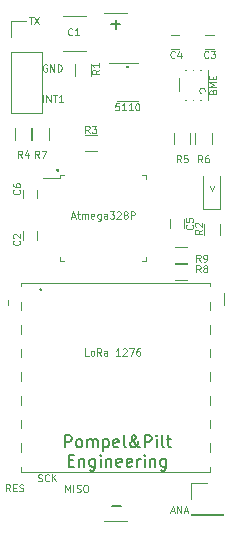
<source format=gbr>
G04 #@! TF.GenerationSoftware,KiCad,Pcbnew,(5.1.5)-3*
G04 #@! TF.CreationDate,2020-01-09T06:37:15+01:00*
G04 #@! TF.ProjectId,LoraTrigger,4c6f7261-5472-4696-9767-65722e6b6963,rev?*
G04 #@! TF.SameCoordinates,Original*
G04 #@! TF.FileFunction,Legend,Top*
G04 #@! TF.FilePolarity,Positive*
%FSLAX46Y46*%
G04 Gerber Fmt 4.6, Leading zero omitted, Abs format (unit mm)*
G04 Created by KiCad (PCBNEW (5.1.5)-3) date 2020-01-09 06:37:15*
%MOMM*%
%LPD*%
G04 APERTURE LIST*
%ADD10C,0.150000*%
%ADD11C,0.200000*%
%ADD12C,0.100000*%
%ADD13R,0.650000X1.800000*%
%ADD14R,1.800000X0.650000*%
%ADD15C,2.200000*%
%ADD16R,0.700000X1.100000*%
%ADD17R,1.200000X2.700000*%
%ADD18R,1.400000X1.400000*%
%ADD19R,1.900000X1.900000*%
%ADD20O,1.900000X1.900000*%
%ADD21R,0.950000X1.000000*%
%ADD22R,1.000000X0.950000*%
%ADD23R,1.100000X0.700000*%
%ADD24R,0.500000X1.150000*%
%ADD25R,1.260000X0.700000*%
G04 APERTURE END LIST*
D10*
X104171428Y-76127380D02*
X104171428Y-75127380D01*
X104552380Y-75127380D01*
X104647619Y-75175000D01*
X104695238Y-75222619D01*
X104742857Y-75317857D01*
X104742857Y-75460714D01*
X104695238Y-75555952D01*
X104647619Y-75603571D01*
X104552380Y-75651190D01*
X104171428Y-75651190D01*
X105314285Y-76127380D02*
X105219047Y-76079761D01*
X105171428Y-76032142D01*
X105123809Y-75936904D01*
X105123809Y-75651190D01*
X105171428Y-75555952D01*
X105219047Y-75508333D01*
X105314285Y-75460714D01*
X105457142Y-75460714D01*
X105552380Y-75508333D01*
X105600000Y-75555952D01*
X105647619Y-75651190D01*
X105647619Y-75936904D01*
X105600000Y-76032142D01*
X105552380Y-76079761D01*
X105457142Y-76127380D01*
X105314285Y-76127380D01*
X106076190Y-76127380D02*
X106076190Y-75460714D01*
X106076190Y-75555952D02*
X106123809Y-75508333D01*
X106219047Y-75460714D01*
X106361904Y-75460714D01*
X106457142Y-75508333D01*
X106504761Y-75603571D01*
X106504761Y-76127380D01*
X106504761Y-75603571D02*
X106552380Y-75508333D01*
X106647619Y-75460714D01*
X106790476Y-75460714D01*
X106885714Y-75508333D01*
X106933333Y-75603571D01*
X106933333Y-76127380D01*
X107409523Y-75460714D02*
X107409523Y-76460714D01*
X107409523Y-75508333D02*
X107504761Y-75460714D01*
X107695238Y-75460714D01*
X107790476Y-75508333D01*
X107838095Y-75555952D01*
X107885714Y-75651190D01*
X107885714Y-75936904D01*
X107838095Y-76032142D01*
X107790476Y-76079761D01*
X107695238Y-76127380D01*
X107504761Y-76127380D01*
X107409523Y-76079761D01*
X108695238Y-76079761D02*
X108600000Y-76127380D01*
X108409523Y-76127380D01*
X108314285Y-76079761D01*
X108266666Y-75984523D01*
X108266666Y-75603571D01*
X108314285Y-75508333D01*
X108409523Y-75460714D01*
X108600000Y-75460714D01*
X108695238Y-75508333D01*
X108742857Y-75603571D01*
X108742857Y-75698809D01*
X108266666Y-75794047D01*
X109314285Y-76127380D02*
X109219047Y-76079761D01*
X109171428Y-75984523D01*
X109171428Y-75127380D01*
X110504761Y-76127380D02*
X110457142Y-76127380D01*
X110361904Y-76079761D01*
X110219047Y-75936904D01*
X109980952Y-75651190D01*
X109885714Y-75508333D01*
X109838095Y-75365476D01*
X109838095Y-75270238D01*
X109885714Y-75175000D01*
X109980952Y-75127380D01*
X110028571Y-75127380D01*
X110123809Y-75175000D01*
X110171428Y-75270238D01*
X110171428Y-75317857D01*
X110123809Y-75413095D01*
X110076190Y-75460714D01*
X109790476Y-75651190D01*
X109742857Y-75698809D01*
X109695238Y-75794047D01*
X109695238Y-75936904D01*
X109742857Y-76032142D01*
X109790476Y-76079761D01*
X109885714Y-76127380D01*
X110028571Y-76127380D01*
X110123809Y-76079761D01*
X110171428Y-76032142D01*
X110314285Y-75841666D01*
X110361904Y-75698809D01*
X110361904Y-75603571D01*
X110933333Y-76127380D02*
X110933333Y-75127380D01*
X111314285Y-75127380D01*
X111409523Y-75175000D01*
X111457142Y-75222619D01*
X111504761Y-75317857D01*
X111504761Y-75460714D01*
X111457142Y-75555952D01*
X111409523Y-75603571D01*
X111314285Y-75651190D01*
X110933333Y-75651190D01*
X111933333Y-76127380D02*
X111933333Y-75460714D01*
X111933333Y-75127380D02*
X111885714Y-75175000D01*
X111933333Y-75222619D01*
X111980952Y-75175000D01*
X111933333Y-75127380D01*
X111933333Y-75222619D01*
X112552380Y-76127380D02*
X112457142Y-76079761D01*
X112409523Y-75984523D01*
X112409523Y-75127380D01*
X112790476Y-75460714D02*
X113171428Y-75460714D01*
X112933333Y-75127380D02*
X112933333Y-75984523D01*
X112980952Y-76079761D01*
X113076190Y-76127380D01*
X113171428Y-76127380D01*
X104480952Y-77253571D02*
X104814285Y-77253571D01*
X104957142Y-77777380D02*
X104480952Y-77777380D01*
X104480952Y-76777380D01*
X104957142Y-76777380D01*
X105385714Y-77110714D02*
X105385714Y-77777380D01*
X105385714Y-77205952D02*
X105433333Y-77158333D01*
X105528571Y-77110714D01*
X105671428Y-77110714D01*
X105766666Y-77158333D01*
X105814285Y-77253571D01*
X105814285Y-77777380D01*
X106719047Y-77110714D02*
X106719047Y-77920238D01*
X106671428Y-78015476D01*
X106623809Y-78063095D01*
X106528571Y-78110714D01*
X106385714Y-78110714D01*
X106290476Y-78063095D01*
X106719047Y-77729761D02*
X106623809Y-77777380D01*
X106433333Y-77777380D01*
X106338095Y-77729761D01*
X106290476Y-77682142D01*
X106242857Y-77586904D01*
X106242857Y-77301190D01*
X106290476Y-77205952D01*
X106338095Y-77158333D01*
X106433333Y-77110714D01*
X106623809Y-77110714D01*
X106719047Y-77158333D01*
X107195238Y-77777380D02*
X107195238Y-77110714D01*
X107195238Y-76777380D02*
X107147619Y-76825000D01*
X107195238Y-76872619D01*
X107242857Y-76825000D01*
X107195238Y-76777380D01*
X107195238Y-76872619D01*
X107671428Y-77110714D02*
X107671428Y-77777380D01*
X107671428Y-77205952D02*
X107719047Y-77158333D01*
X107814285Y-77110714D01*
X107957142Y-77110714D01*
X108052380Y-77158333D01*
X108100000Y-77253571D01*
X108100000Y-77777380D01*
X108957142Y-77729761D02*
X108861904Y-77777380D01*
X108671428Y-77777380D01*
X108576190Y-77729761D01*
X108528571Y-77634523D01*
X108528571Y-77253571D01*
X108576190Y-77158333D01*
X108671428Y-77110714D01*
X108861904Y-77110714D01*
X108957142Y-77158333D01*
X109004761Y-77253571D01*
X109004761Y-77348809D01*
X108528571Y-77444047D01*
X109814285Y-77729761D02*
X109719047Y-77777380D01*
X109528571Y-77777380D01*
X109433333Y-77729761D01*
X109385714Y-77634523D01*
X109385714Y-77253571D01*
X109433333Y-77158333D01*
X109528571Y-77110714D01*
X109719047Y-77110714D01*
X109814285Y-77158333D01*
X109861904Y-77253571D01*
X109861904Y-77348809D01*
X109385714Y-77444047D01*
X110290476Y-77777380D02*
X110290476Y-77110714D01*
X110290476Y-77301190D02*
X110338095Y-77205952D01*
X110385714Y-77158333D01*
X110480952Y-77110714D01*
X110576190Y-77110714D01*
X110909523Y-77777380D02*
X110909523Y-77110714D01*
X110909523Y-76777380D02*
X110861904Y-76825000D01*
X110909523Y-76872619D01*
X110957142Y-76825000D01*
X110909523Y-76777380D01*
X110909523Y-76872619D01*
X111385714Y-77110714D02*
X111385714Y-77777380D01*
X111385714Y-77205952D02*
X111433333Y-77158333D01*
X111528571Y-77110714D01*
X111671428Y-77110714D01*
X111766666Y-77158333D01*
X111814285Y-77253571D01*
X111814285Y-77777380D01*
X112719047Y-77110714D02*
X112719047Y-77920238D01*
X112671428Y-78015476D01*
X112623809Y-78063095D01*
X112528571Y-78110714D01*
X112385714Y-78110714D01*
X112290476Y-78063095D01*
X112719047Y-77729761D02*
X112623809Y-77777380D01*
X112433333Y-77777380D01*
X112338095Y-77729761D01*
X112290476Y-77682142D01*
X112242857Y-77586904D01*
X112242857Y-77301190D01*
X112290476Y-77205952D01*
X112338095Y-77158333D01*
X112433333Y-77110714D01*
X112623809Y-77110714D01*
X112719047Y-77158333D01*
D11*
X102100000Y-62707142D02*
X102147619Y-62754761D01*
X102100000Y-62802380D01*
X102052380Y-62754761D01*
X102100000Y-62707142D01*
X102100000Y-62802380D01*
X109500000Y-43857142D02*
X109547619Y-43904761D01*
X109500000Y-43952380D01*
X109452380Y-43904761D01*
X109500000Y-43857142D01*
X109500000Y-43952380D01*
X103550000Y-52607142D02*
X103597619Y-52654761D01*
X103550000Y-52702380D01*
X103502380Y-52654761D01*
X103550000Y-52607142D01*
X103550000Y-52702380D01*
D12*
X116778571Y-54021428D02*
X116607142Y-54478571D01*
X116435714Y-54021428D01*
X108735714Y-47021428D02*
X108450000Y-47021428D01*
X108421428Y-47307142D01*
X108450000Y-47278571D01*
X108507142Y-47250000D01*
X108650000Y-47250000D01*
X108707142Y-47278571D01*
X108735714Y-47307142D01*
X108764285Y-47364285D01*
X108764285Y-47507142D01*
X108735714Y-47564285D01*
X108707142Y-47592857D01*
X108650000Y-47621428D01*
X108507142Y-47621428D01*
X108450000Y-47592857D01*
X108421428Y-47564285D01*
X109335714Y-47621428D02*
X108992857Y-47621428D01*
X109164285Y-47621428D02*
X109164285Y-47021428D01*
X109107142Y-47107142D01*
X109050000Y-47164285D01*
X108992857Y-47192857D01*
X109907142Y-47621428D02*
X109564285Y-47621428D01*
X109735714Y-47621428D02*
X109735714Y-47021428D01*
X109678571Y-47107142D01*
X109621428Y-47164285D01*
X109564285Y-47192857D01*
X110278571Y-47021428D02*
X110335714Y-47021428D01*
X110392857Y-47050000D01*
X110421428Y-47078571D01*
X110450000Y-47135714D01*
X110478571Y-47250000D01*
X110478571Y-47392857D01*
X110450000Y-47507142D01*
X110421428Y-47564285D01*
X110392857Y-47592857D01*
X110335714Y-47621428D01*
X110278571Y-47621428D01*
X110221428Y-47592857D01*
X110192857Y-47564285D01*
X110164285Y-47507142D01*
X110135714Y-47392857D01*
X110135714Y-47250000D01*
X110164285Y-47135714D01*
X110192857Y-47078571D01*
X110221428Y-47050000D01*
X110278571Y-47021428D01*
D10*
X108119047Y-81121428D02*
X108880952Y-81121428D01*
X108069047Y-40321428D02*
X108830952Y-40321428D01*
X108450000Y-40702380D02*
X108450000Y-39940476D01*
D12*
X102642857Y-43750000D02*
X102585714Y-43721428D01*
X102500000Y-43721428D01*
X102414285Y-43750000D01*
X102357142Y-43807142D01*
X102328571Y-43864285D01*
X102300000Y-43978571D01*
X102300000Y-44064285D01*
X102328571Y-44178571D01*
X102357142Y-44235714D01*
X102414285Y-44292857D01*
X102500000Y-44321428D01*
X102557142Y-44321428D01*
X102642857Y-44292857D01*
X102671428Y-44264285D01*
X102671428Y-44064285D01*
X102557142Y-44064285D01*
X102928571Y-44321428D02*
X102928571Y-43721428D01*
X103271428Y-44321428D01*
X103271428Y-43721428D01*
X103557142Y-44321428D02*
X103557142Y-43721428D01*
X103700000Y-43721428D01*
X103785714Y-43750000D01*
X103842857Y-43807142D01*
X103871428Y-43864285D01*
X103900000Y-43978571D01*
X103900000Y-44064285D01*
X103871428Y-44178571D01*
X103842857Y-44235714D01*
X103785714Y-44292857D01*
X103700000Y-44321428D01*
X103557142Y-44321428D01*
X101092857Y-39671428D02*
X101435714Y-39671428D01*
X101264285Y-40271428D02*
X101264285Y-39671428D01*
X101578571Y-39671428D02*
X101978571Y-40271428D01*
X101978571Y-39671428D02*
X101578571Y-40271428D01*
X102321428Y-46871428D02*
X102321428Y-46271428D01*
X102607142Y-46871428D02*
X102607142Y-46271428D01*
X102950000Y-46871428D01*
X102950000Y-46271428D01*
X103150000Y-46271428D02*
X103492857Y-46271428D01*
X103321428Y-46871428D02*
X103321428Y-46271428D01*
X104007142Y-46871428D02*
X103664285Y-46871428D01*
X103835714Y-46871428D02*
X103835714Y-46271428D01*
X103778571Y-46357142D01*
X103721428Y-46414285D01*
X103664285Y-46442857D01*
X113135714Y-81500000D02*
X113421428Y-81500000D01*
X113078571Y-81671428D02*
X113278571Y-81071428D01*
X113478571Y-81671428D01*
X113678571Y-81671428D02*
X113678571Y-81071428D01*
X114021428Y-81671428D01*
X114021428Y-81071428D01*
X114278571Y-81500000D02*
X114564285Y-81500000D01*
X114221428Y-81671428D02*
X114421428Y-81071428D01*
X114621428Y-81671428D01*
X104207142Y-79921428D02*
X104207142Y-79321428D01*
X104407142Y-79750000D01*
X104607142Y-79321428D01*
X104607142Y-79921428D01*
X104892857Y-79921428D02*
X104892857Y-79321428D01*
X105150000Y-79892857D02*
X105235714Y-79921428D01*
X105378571Y-79921428D01*
X105435714Y-79892857D01*
X105464285Y-79864285D01*
X105492857Y-79807142D01*
X105492857Y-79750000D01*
X105464285Y-79692857D01*
X105435714Y-79664285D01*
X105378571Y-79635714D01*
X105264285Y-79607142D01*
X105207142Y-79578571D01*
X105178571Y-79550000D01*
X105150000Y-79492857D01*
X105150000Y-79435714D01*
X105178571Y-79378571D01*
X105207142Y-79350000D01*
X105264285Y-79321428D01*
X105407142Y-79321428D01*
X105492857Y-79350000D01*
X105864285Y-79321428D02*
X105978571Y-79321428D01*
X106035714Y-79350000D01*
X106092857Y-79407142D01*
X106121428Y-79521428D01*
X106121428Y-79721428D01*
X106092857Y-79835714D01*
X106035714Y-79892857D01*
X105978571Y-79921428D01*
X105864285Y-79921428D01*
X105807142Y-79892857D01*
X105750000Y-79835714D01*
X105721428Y-79721428D01*
X105721428Y-79521428D01*
X105750000Y-79407142D01*
X105807142Y-79350000D01*
X105864285Y-79321428D01*
X101878571Y-78992857D02*
X101964285Y-79021428D01*
X102107142Y-79021428D01*
X102164285Y-78992857D01*
X102192857Y-78964285D01*
X102221428Y-78907142D01*
X102221428Y-78850000D01*
X102192857Y-78792857D01*
X102164285Y-78764285D01*
X102107142Y-78735714D01*
X101992857Y-78707142D01*
X101935714Y-78678571D01*
X101907142Y-78650000D01*
X101878571Y-78592857D01*
X101878571Y-78535714D01*
X101907142Y-78478571D01*
X101935714Y-78450000D01*
X101992857Y-78421428D01*
X102135714Y-78421428D01*
X102221428Y-78450000D01*
X102821428Y-78964285D02*
X102792857Y-78992857D01*
X102707142Y-79021428D01*
X102650000Y-79021428D01*
X102564285Y-78992857D01*
X102507142Y-78935714D01*
X102478571Y-78878571D01*
X102450000Y-78764285D01*
X102450000Y-78678571D01*
X102478571Y-78564285D01*
X102507142Y-78507142D01*
X102564285Y-78450000D01*
X102650000Y-78421428D01*
X102707142Y-78421428D01*
X102792857Y-78450000D01*
X102821428Y-78478571D01*
X103078571Y-79021428D02*
X103078571Y-78421428D01*
X103421428Y-79021428D02*
X103164285Y-78678571D01*
X103421428Y-78421428D02*
X103078571Y-78764285D01*
X99528571Y-79871428D02*
X99328571Y-79585714D01*
X99185714Y-79871428D02*
X99185714Y-79271428D01*
X99414285Y-79271428D01*
X99471428Y-79300000D01*
X99500000Y-79328571D01*
X99528571Y-79385714D01*
X99528571Y-79471428D01*
X99500000Y-79528571D01*
X99471428Y-79557142D01*
X99414285Y-79585714D01*
X99185714Y-79585714D01*
X99785714Y-79557142D02*
X99985714Y-79557142D01*
X100071428Y-79871428D02*
X99785714Y-79871428D01*
X99785714Y-79271428D01*
X100071428Y-79271428D01*
X100300000Y-79842857D02*
X100385714Y-79871428D01*
X100528571Y-79871428D01*
X100585714Y-79842857D01*
X100614285Y-79814285D01*
X100642857Y-79757142D01*
X100642857Y-79700000D01*
X100614285Y-79642857D01*
X100585714Y-79614285D01*
X100528571Y-79585714D01*
X100414285Y-79557142D01*
X100357142Y-79528571D01*
X100328571Y-79500000D01*
X100300000Y-79442857D01*
X100300000Y-79385714D01*
X100328571Y-79328571D01*
X100357142Y-79300000D01*
X100414285Y-79271428D01*
X100557142Y-79271428D01*
X100642857Y-79300000D01*
X103775000Y-53300000D02*
X102350000Y-53300000D01*
X111025000Y-53075000D02*
X110700000Y-53075000D01*
X111025000Y-60325000D02*
X110700000Y-60325000D01*
X103775000Y-60325000D02*
X104100000Y-60325000D01*
X103775000Y-53075000D02*
X104100000Y-53075000D01*
X103775000Y-60325000D02*
X103775000Y-60000000D01*
X111025000Y-60325000D02*
X111025000Y-60000000D01*
X111025000Y-53075000D02*
X111025000Y-53400000D01*
X103775000Y-53075000D02*
X103775000Y-53300000D01*
X109450000Y-39350000D02*
X107450000Y-39350000D01*
X117650000Y-63050000D02*
X117650000Y-64050000D01*
X109450000Y-82350000D02*
X107450000Y-82350000D01*
X99350000Y-63050000D02*
X99350000Y-64050000D01*
X113500000Y-59170000D02*
X114500000Y-59170000D01*
X114500000Y-60530000D02*
X113500000Y-60530000D01*
X113500000Y-60620000D02*
X114500000Y-60620000D01*
X114500000Y-61980000D02*
X113500000Y-61980000D01*
X103990000Y-42580000D02*
X105990000Y-42580000D01*
X105990000Y-39620000D02*
X103990000Y-39620000D01*
X115900000Y-56000000D02*
X115900000Y-53200000D01*
X117300000Y-56000000D02*
X117300000Y-53200000D01*
X115900000Y-56000000D02*
X117300000Y-56000000D01*
X114875000Y-79188000D02*
X116205000Y-79188000D01*
X114875000Y-80518000D02*
X114875000Y-79188000D01*
X114875000Y-81788000D02*
X117535000Y-81788000D01*
X117535000Y-81788000D02*
X117535000Y-81848000D01*
X114875000Y-81788000D02*
X114875000Y-81848000D01*
X114875000Y-81848000D02*
X117535000Y-81848000D01*
X100426000Y-78200000D02*
X100426000Y-62200000D01*
X116426000Y-78200000D02*
X100426000Y-78200000D01*
X116426000Y-62200000D02*
X116426000Y-78200000D01*
X100426000Y-62200000D02*
X116426000Y-62200000D01*
X99570000Y-40070000D02*
X100900000Y-40070000D01*
X99570000Y-41400000D02*
X99570000Y-40070000D01*
X99570000Y-42670000D02*
X102230000Y-42670000D01*
X102230000Y-42670000D02*
X102230000Y-47810000D01*
X99570000Y-42670000D02*
X99570000Y-47810000D01*
X99570000Y-47810000D02*
X102230000Y-47810000D01*
X101800000Y-57850000D02*
X101800000Y-58550000D01*
X100600000Y-58550000D02*
X100600000Y-57850000D01*
X116750000Y-42400000D02*
X116050000Y-42400000D01*
X116050000Y-41200000D02*
X116750000Y-41200000D01*
X113150000Y-41200000D02*
X113850000Y-41200000D01*
X113850000Y-42400000D02*
X113150000Y-42400000D01*
X114250000Y-56850000D02*
X114250000Y-57550000D01*
X113050000Y-57550000D02*
X113050000Y-56850000D01*
X100600000Y-55050000D02*
X100600000Y-54350000D01*
X101800000Y-54350000D02*
X101800000Y-55050000D01*
X104984000Y-44696000D02*
X104984000Y-43696000D01*
X106344000Y-43696000D02*
X106344000Y-44696000D01*
X117280000Y-57200000D02*
X117280000Y-58200000D01*
X115920000Y-58200000D02*
X115920000Y-57200000D01*
X105850000Y-49720000D02*
X106850000Y-49720000D01*
X106850000Y-51080000D02*
X105850000Y-51080000D01*
X101330000Y-49100000D02*
X101330000Y-50100000D01*
X99970000Y-50100000D02*
X99970000Y-49100000D01*
X113420000Y-50500000D02*
X113420000Y-49500000D01*
X114780000Y-49500000D02*
X114780000Y-50500000D01*
X116580000Y-49500000D02*
X116580000Y-50500000D01*
X115220000Y-50500000D02*
X115220000Y-49500000D01*
X102780000Y-49100000D02*
X102780000Y-50100000D01*
X101420000Y-50100000D02*
X101420000Y-49100000D01*
X113812000Y-44216000D02*
X116312000Y-44216000D01*
X113812000Y-46716000D02*
X113812000Y-44216000D01*
X116312000Y-46716000D02*
X113812000Y-46716000D01*
X116312000Y-44216000D02*
X116312000Y-46716000D01*
X116062000Y-45966000D02*
G75*
G03X116062000Y-45966000I-250000J0D01*
G01*
X110374000Y-43602000D02*
X107924000Y-43602000D01*
X108574000Y-46822000D02*
X110374000Y-46822000D01*
X104728571Y-56600000D02*
X105014285Y-56600000D01*
X104671428Y-56771428D02*
X104871428Y-56171428D01*
X105071428Y-56771428D01*
X105185714Y-56371428D02*
X105414285Y-56371428D01*
X105271428Y-56171428D02*
X105271428Y-56685714D01*
X105300000Y-56742857D01*
X105357142Y-56771428D01*
X105414285Y-56771428D01*
X105614285Y-56771428D02*
X105614285Y-56371428D01*
X105614285Y-56428571D02*
X105642857Y-56400000D01*
X105700000Y-56371428D01*
X105785714Y-56371428D01*
X105842857Y-56400000D01*
X105871428Y-56457142D01*
X105871428Y-56771428D01*
X105871428Y-56457142D02*
X105900000Y-56400000D01*
X105957142Y-56371428D01*
X106042857Y-56371428D01*
X106100000Y-56400000D01*
X106128571Y-56457142D01*
X106128571Y-56771428D01*
X106642857Y-56742857D02*
X106585714Y-56771428D01*
X106471428Y-56771428D01*
X106414285Y-56742857D01*
X106385714Y-56685714D01*
X106385714Y-56457142D01*
X106414285Y-56400000D01*
X106471428Y-56371428D01*
X106585714Y-56371428D01*
X106642857Y-56400000D01*
X106671428Y-56457142D01*
X106671428Y-56514285D01*
X106385714Y-56571428D01*
X107185714Y-56371428D02*
X107185714Y-56857142D01*
X107157142Y-56914285D01*
X107128571Y-56942857D01*
X107071428Y-56971428D01*
X106985714Y-56971428D01*
X106928571Y-56942857D01*
X107185714Y-56742857D02*
X107128571Y-56771428D01*
X107014285Y-56771428D01*
X106957142Y-56742857D01*
X106928571Y-56714285D01*
X106900000Y-56657142D01*
X106900000Y-56485714D01*
X106928571Y-56428571D01*
X106957142Y-56400000D01*
X107014285Y-56371428D01*
X107128571Y-56371428D01*
X107185714Y-56400000D01*
X107728571Y-56771428D02*
X107728571Y-56457142D01*
X107700000Y-56400000D01*
X107642857Y-56371428D01*
X107528571Y-56371428D01*
X107471428Y-56400000D01*
X107728571Y-56742857D02*
X107671428Y-56771428D01*
X107528571Y-56771428D01*
X107471428Y-56742857D01*
X107442857Y-56685714D01*
X107442857Y-56628571D01*
X107471428Y-56571428D01*
X107528571Y-56542857D01*
X107671428Y-56542857D01*
X107728571Y-56514285D01*
X107957142Y-56171428D02*
X108328571Y-56171428D01*
X108128571Y-56400000D01*
X108214285Y-56400000D01*
X108271428Y-56428571D01*
X108300000Y-56457142D01*
X108328571Y-56514285D01*
X108328571Y-56657142D01*
X108300000Y-56714285D01*
X108271428Y-56742857D01*
X108214285Y-56771428D01*
X108042857Y-56771428D01*
X107985714Y-56742857D01*
X107957142Y-56714285D01*
X108557142Y-56228571D02*
X108585714Y-56200000D01*
X108642857Y-56171428D01*
X108785714Y-56171428D01*
X108842857Y-56200000D01*
X108871428Y-56228571D01*
X108900000Y-56285714D01*
X108900000Y-56342857D01*
X108871428Y-56428571D01*
X108528571Y-56771428D01*
X108900000Y-56771428D01*
X109242857Y-56428571D02*
X109185714Y-56400000D01*
X109157142Y-56371428D01*
X109128571Y-56314285D01*
X109128571Y-56285714D01*
X109157142Y-56228571D01*
X109185714Y-56200000D01*
X109242857Y-56171428D01*
X109357142Y-56171428D01*
X109414285Y-56200000D01*
X109442857Y-56228571D01*
X109471428Y-56285714D01*
X109471428Y-56314285D01*
X109442857Y-56371428D01*
X109414285Y-56400000D01*
X109357142Y-56428571D01*
X109242857Y-56428571D01*
X109185714Y-56457142D01*
X109157142Y-56485714D01*
X109128571Y-56542857D01*
X109128571Y-56657142D01*
X109157142Y-56714285D01*
X109185714Y-56742857D01*
X109242857Y-56771428D01*
X109357142Y-56771428D01*
X109414285Y-56742857D01*
X109442857Y-56714285D01*
X109471428Y-56657142D01*
X109471428Y-56542857D01*
X109442857Y-56485714D01*
X109414285Y-56457142D01*
X109357142Y-56428571D01*
X109728571Y-56771428D02*
X109728571Y-56171428D01*
X109957142Y-56171428D01*
X110014285Y-56200000D01*
X110042857Y-56228571D01*
X110071428Y-56285714D01*
X110071428Y-56371428D01*
X110042857Y-56428571D01*
X110014285Y-56457142D01*
X109957142Y-56485714D01*
X109728571Y-56485714D01*
X115650000Y-60421428D02*
X115450000Y-60135714D01*
X115307142Y-60421428D02*
X115307142Y-59821428D01*
X115535714Y-59821428D01*
X115592857Y-59850000D01*
X115621428Y-59878571D01*
X115650000Y-59935714D01*
X115650000Y-60021428D01*
X115621428Y-60078571D01*
X115592857Y-60107142D01*
X115535714Y-60135714D01*
X115307142Y-60135714D01*
X115935714Y-60421428D02*
X116050000Y-60421428D01*
X116107142Y-60392857D01*
X116135714Y-60364285D01*
X116192857Y-60278571D01*
X116221428Y-60164285D01*
X116221428Y-59935714D01*
X116192857Y-59878571D01*
X116164285Y-59850000D01*
X116107142Y-59821428D01*
X115992857Y-59821428D01*
X115935714Y-59850000D01*
X115907142Y-59878571D01*
X115878571Y-59935714D01*
X115878571Y-60078571D01*
X115907142Y-60135714D01*
X115935714Y-60164285D01*
X115992857Y-60192857D01*
X116107142Y-60192857D01*
X116164285Y-60164285D01*
X116192857Y-60135714D01*
X116221428Y-60078571D01*
X115650000Y-61321428D02*
X115450000Y-61035714D01*
X115307142Y-61321428D02*
X115307142Y-60721428D01*
X115535714Y-60721428D01*
X115592857Y-60750000D01*
X115621428Y-60778571D01*
X115650000Y-60835714D01*
X115650000Y-60921428D01*
X115621428Y-60978571D01*
X115592857Y-61007142D01*
X115535714Y-61035714D01*
X115307142Y-61035714D01*
X115992857Y-60978571D02*
X115935714Y-60950000D01*
X115907142Y-60921428D01*
X115878571Y-60864285D01*
X115878571Y-60835714D01*
X115907142Y-60778571D01*
X115935714Y-60750000D01*
X115992857Y-60721428D01*
X116107142Y-60721428D01*
X116164285Y-60750000D01*
X116192857Y-60778571D01*
X116221428Y-60835714D01*
X116221428Y-60864285D01*
X116192857Y-60921428D01*
X116164285Y-60950000D01*
X116107142Y-60978571D01*
X115992857Y-60978571D01*
X115935714Y-61007142D01*
X115907142Y-61035714D01*
X115878571Y-61092857D01*
X115878571Y-61207142D01*
X115907142Y-61264285D01*
X115935714Y-61292857D01*
X115992857Y-61321428D01*
X116107142Y-61321428D01*
X116164285Y-61292857D01*
X116192857Y-61264285D01*
X116221428Y-61207142D01*
X116221428Y-61092857D01*
X116192857Y-61035714D01*
X116164285Y-61007142D01*
X116107142Y-60978571D01*
X104790000Y-41214285D02*
X104761428Y-41242857D01*
X104675714Y-41271428D01*
X104618571Y-41271428D01*
X104532857Y-41242857D01*
X104475714Y-41185714D01*
X104447142Y-41128571D01*
X104418571Y-41014285D01*
X104418571Y-40928571D01*
X104447142Y-40814285D01*
X104475714Y-40757142D01*
X104532857Y-40700000D01*
X104618571Y-40671428D01*
X104675714Y-40671428D01*
X104761428Y-40700000D01*
X104790000Y-40728571D01*
X105361428Y-41271428D02*
X105018571Y-41271428D01*
X105190000Y-41271428D02*
X105190000Y-40671428D01*
X105132857Y-40757142D01*
X105075714Y-40814285D01*
X105018571Y-40842857D01*
X106171428Y-68371428D02*
X105885714Y-68371428D01*
X105885714Y-67771428D01*
X106457142Y-68371428D02*
X106400000Y-68342857D01*
X106371428Y-68314285D01*
X106342857Y-68257142D01*
X106342857Y-68085714D01*
X106371428Y-68028571D01*
X106400000Y-68000000D01*
X106457142Y-67971428D01*
X106542857Y-67971428D01*
X106600000Y-68000000D01*
X106628571Y-68028571D01*
X106657142Y-68085714D01*
X106657142Y-68257142D01*
X106628571Y-68314285D01*
X106600000Y-68342857D01*
X106542857Y-68371428D01*
X106457142Y-68371428D01*
X107257142Y-68371428D02*
X107057142Y-68085714D01*
X106914285Y-68371428D02*
X106914285Y-67771428D01*
X107142857Y-67771428D01*
X107200000Y-67800000D01*
X107228571Y-67828571D01*
X107257142Y-67885714D01*
X107257142Y-67971428D01*
X107228571Y-68028571D01*
X107200000Y-68057142D01*
X107142857Y-68085714D01*
X106914285Y-68085714D01*
X107771428Y-68371428D02*
X107771428Y-68057142D01*
X107742857Y-68000000D01*
X107685714Y-67971428D01*
X107571428Y-67971428D01*
X107514285Y-68000000D01*
X107771428Y-68342857D02*
X107714285Y-68371428D01*
X107571428Y-68371428D01*
X107514285Y-68342857D01*
X107485714Y-68285714D01*
X107485714Y-68228571D01*
X107514285Y-68171428D01*
X107571428Y-68142857D01*
X107714285Y-68142857D01*
X107771428Y-68114285D01*
X108828571Y-68371428D02*
X108485714Y-68371428D01*
X108657142Y-68371428D02*
X108657142Y-67771428D01*
X108600000Y-67857142D01*
X108542857Y-67914285D01*
X108485714Y-67942857D01*
X109057142Y-67828571D02*
X109085714Y-67800000D01*
X109142857Y-67771428D01*
X109285714Y-67771428D01*
X109342857Y-67800000D01*
X109371428Y-67828571D01*
X109400000Y-67885714D01*
X109400000Y-67942857D01*
X109371428Y-68028571D01*
X109028571Y-68371428D01*
X109400000Y-68371428D01*
X109600000Y-67771428D02*
X110000000Y-67771428D01*
X109742857Y-68371428D01*
X110485714Y-67771428D02*
X110371428Y-67771428D01*
X110314285Y-67800000D01*
X110285714Y-67828571D01*
X110228571Y-67914285D01*
X110200000Y-68028571D01*
X110200000Y-68257142D01*
X110228571Y-68314285D01*
X110257142Y-68342857D01*
X110314285Y-68371428D01*
X110428571Y-68371428D01*
X110485714Y-68342857D01*
X110514285Y-68314285D01*
X110542857Y-68257142D01*
X110542857Y-68114285D01*
X110514285Y-68057142D01*
X110485714Y-68028571D01*
X110428571Y-68000000D01*
X110314285Y-68000000D01*
X110257142Y-68028571D01*
X110228571Y-68057142D01*
X110200000Y-68114285D01*
X100314285Y-58650000D02*
X100342857Y-58678571D01*
X100371428Y-58764285D01*
X100371428Y-58821428D01*
X100342857Y-58907142D01*
X100285714Y-58964285D01*
X100228571Y-58992857D01*
X100114285Y-59021428D01*
X100028571Y-59021428D01*
X99914285Y-58992857D01*
X99857142Y-58964285D01*
X99800000Y-58907142D01*
X99771428Y-58821428D01*
X99771428Y-58764285D01*
X99800000Y-58678571D01*
X99828571Y-58650000D01*
X99828571Y-58421428D02*
X99800000Y-58392857D01*
X99771428Y-58335714D01*
X99771428Y-58192857D01*
X99800000Y-58135714D01*
X99828571Y-58107142D01*
X99885714Y-58078571D01*
X99942857Y-58078571D01*
X100028571Y-58107142D01*
X100371428Y-58450000D01*
X100371428Y-58078571D01*
X116300000Y-43114285D02*
X116271428Y-43142857D01*
X116185714Y-43171428D01*
X116128571Y-43171428D01*
X116042857Y-43142857D01*
X115985714Y-43085714D01*
X115957142Y-43028571D01*
X115928571Y-42914285D01*
X115928571Y-42828571D01*
X115957142Y-42714285D01*
X115985714Y-42657142D01*
X116042857Y-42600000D01*
X116128571Y-42571428D01*
X116185714Y-42571428D01*
X116271428Y-42600000D01*
X116300000Y-42628571D01*
X116500000Y-42571428D02*
X116871428Y-42571428D01*
X116671428Y-42800000D01*
X116757142Y-42800000D01*
X116814285Y-42828571D01*
X116842857Y-42857142D01*
X116871428Y-42914285D01*
X116871428Y-43057142D01*
X116842857Y-43114285D01*
X116814285Y-43142857D01*
X116757142Y-43171428D01*
X116585714Y-43171428D01*
X116528571Y-43142857D01*
X116500000Y-43114285D01*
X113450000Y-43114285D02*
X113421428Y-43142857D01*
X113335714Y-43171428D01*
X113278571Y-43171428D01*
X113192857Y-43142857D01*
X113135714Y-43085714D01*
X113107142Y-43028571D01*
X113078571Y-42914285D01*
X113078571Y-42828571D01*
X113107142Y-42714285D01*
X113135714Y-42657142D01*
X113192857Y-42600000D01*
X113278571Y-42571428D01*
X113335714Y-42571428D01*
X113421428Y-42600000D01*
X113450000Y-42628571D01*
X113964285Y-42771428D02*
X113964285Y-43171428D01*
X113821428Y-42542857D02*
X113678571Y-42971428D01*
X114050000Y-42971428D01*
X114964285Y-57300000D02*
X114992857Y-57328571D01*
X115021428Y-57414285D01*
X115021428Y-57471428D01*
X114992857Y-57557142D01*
X114935714Y-57614285D01*
X114878571Y-57642857D01*
X114764285Y-57671428D01*
X114678571Y-57671428D01*
X114564285Y-57642857D01*
X114507142Y-57614285D01*
X114450000Y-57557142D01*
X114421428Y-57471428D01*
X114421428Y-57414285D01*
X114450000Y-57328571D01*
X114478571Y-57300000D01*
X114421428Y-56757142D02*
X114421428Y-57042857D01*
X114707142Y-57071428D01*
X114678571Y-57042857D01*
X114650000Y-56985714D01*
X114650000Y-56842857D01*
X114678571Y-56785714D01*
X114707142Y-56757142D01*
X114764285Y-56728571D01*
X114907142Y-56728571D01*
X114964285Y-56757142D01*
X114992857Y-56785714D01*
X115021428Y-56842857D01*
X115021428Y-56985714D01*
X114992857Y-57042857D01*
X114964285Y-57071428D01*
X100314285Y-54350000D02*
X100342857Y-54378571D01*
X100371428Y-54464285D01*
X100371428Y-54521428D01*
X100342857Y-54607142D01*
X100285714Y-54664285D01*
X100228571Y-54692857D01*
X100114285Y-54721428D01*
X100028571Y-54721428D01*
X99914285Y-54692857D01*
X99857142Y-54664285D01*
X99800000Y-54607142D01*
X99771428Y-54521428D01*
X99771428Y-54464285D01*
X99800000Y-54378571D01*
X99828571Y-54350000D01*
X99771428Y-53835714D02*
X99771428Y-53950000D01*
X99800000Y-54007142D01*
X99828571Y-54035714D01*
X99914285Y-54092857D01*
X100028571Y-54121428D01*
X100257142Y-54121428D01*
X100314285Y-54092857D01*
X100342857Y-54064285D01*
X100371428Y-54007142D01*
X100371428Y-53892857D01*
X100342857Y-53835714D01*
X100314285Y-53807142D01*
X100257142Y-53778571D01*
X100114285Y-53778571D01*
X100057142Y-53807142D01*
X100028571Y-53835714D01*
X100000000Y-53892857D01*
X100000000Y-54007142D01*
X100028571Y-54064285D01*
X100057142Y-54092857D01*
X100114285Y-54121428D01*
X107071428Y-44200000D02*
X106785714Y-44400000D01*
X107071428Y-44542857D02*
X106471428Y-44542857D01*
X106471428Y-44314285D01*
X106500000Y-44257142D01*
X106528571Y-44228571D01*
X106585714Y-44200000D01*
X106671428Y-44200000D01*
X106728571Y-44228571D01*
X106757142Y-44257142D01*
X106785714Y-44314285D01*
X106785714Y-44542857D01*
X107071428Y-43628571D02*
X107071428Y-43971428D01*
X107071428Y-43800000D02*
X106471428Y-43800000D01*
X106557142Y-43857142D01*
X106614285Y-43914285D01*
X106642857Y-43971428D01*
X115771428Y-57700000D02*
X115485714Y-57900000D01*
X115771428Y-58042857D02*
X115171428Y-58042857D01*
X115171428Y-57814285D01*
X115200000Y-57757142D01*
X115228571Y-57728571D01*
X115285714Y-57700000D01*
X115371428Y-57700000D01*
X115428571Y-57728571D01*
X115457142Y-57757142D01*
X115485714Y-57814285D01*
X115485714Y-58042857D01*
X115228571Y-57471428D02*
X115200000Y-57442857D01*
X115171428Y-57385714D01*
X115171428Y-57242857D01*
X115200000Y-57185714D01*
X115228571Y-57157142D01*
X115285714Y-57128571D01*
X115342857Y-57128571D01*
X115428571Y-57157142D01*
X115771428Y-57500000D01*
X115771428Y-57128571D01*
X106250000Y-49521428D02*
X106050000Y-49235714D01*
X105907142Y-49521428D02*
X105907142Y-48921428D01*
X106135714Y-48921428D01*
X106192857Y-48950000D01*
X106221428Y-48978571D01*
X106250000Y-49035714D01*
X106250000Y-49121428D01*
X106221428Y-49178571D01*
X106192857Y-49207142D01*
X106135714Y-49235714D01*
X105907142Y-49235714D01*
X106450000Y-48921428D02*
X106821428Y-48921428D01*
X106621428Y-49150000D01*
X106707142Y-49150000D01*
X106764285Y-49178571D01*
X106792857Y-49207142D01*
X106821428Y-49264285D01*
X106821428Y-49407142D01*
X106792857Y-49464285D01*
X106764285Y-49492857D01*
X106707142Y-49521428D01*
X106535714Y-49521428D01*
X106478571Y-49492857D01*
X106450000Y-49464285D01*
X100550000Y-51621428D02*
X100350000Y-51335714D01*
X100207142Y-51621428D02*
X100207142Y-51021428D01*
X100435714Y-51021428D01*
X100492857Y-51050000D01*
X100521428Y-51078571D01*
X100550000Y-51135714D01*
X100550000Y-51221428D01*
X100521428Y-51278571D01*
X100492857Y-51307142D01*
X100435714Y-51335714D01*
X100207142Y-51335714D01*
X101064285Y-51221428D02*
X101064285Y-51621428D01*
X100921428Y-50992857D02*
X100778571Y-51421428D01*
X101150000Y-51421428D01*
X114000000Y-52021428D02*
X113800000Y-51735714D01*
X113657142Y-52021428D02*
X113657142Y-51421428D01*
X113885714Y-51421428D01*
X113942857Y-51450000D01*
X113971428Y-51478571D01*
X114000000Y-51535714D01*
X114000000Y-51621428D01*
X113971428Y-51678571D01*
X113942857Y-51707142D01*
X113885714Y-51735714D01*
X113657142Y-51735714D01*
X114542857Y-51421428D02*
X114257142Y-51421428D01*
X114228571Y-51707142D01*
X114257142Y-51678571D01*
X114314285Y-51650000D01*
X114457142Y-51650000D01*
X114514285Y-51678571D01*
X114542857Y-51707142D01*
X114571428Y-51764285D01*
X114571428Y-51907142D01*
X114542857Y-51964285D01*
X114514285Y-51992857D01*
X114457142Y-52021428D01*
X114314285Y-52021428D01*
X114257142Y-51992857D01*
X114228571Y-51964285D01*
X115800000Y-52021428D02*
X115600000Y-51735714D01*
X115457142Y-52021428D02*
X115457142Y-51421428D01*
X115685714Y-51421428D01*
X115742857Y-51450000D01*
X115771428Y-51478571D01*
X115800000Y-51535714D01*
X115800000Y-51621428D01*
X115771428Y-51678571D01*
X115742857Y-51707142D01*
X115685714Y-51735714D01*
X115457142Y-51735714D01*
X116314285Y-51421428D02*
X116200000Y-51421428D01*
X116142857Y-51450000D01*
X116114285Y-51478571D01*
X116057142Y-51564285D01*
X116028571Y-51678571D01*
X116028571Y-51907142D01*
X116057142Y-51964285D01*
X116085714Y-51992857D01*
X116142857Y-52021428D01*
X116257142Y-52021428D01*
X116314285Y-51992857D01*
X116342857Y-51964285D01*
X116371428Y-51907142D01*
X116371428Y-51764285D01*
X116342857Y-51707142D01*
X116314285Y-51678571D01*
X116257142Y-51650000D01*
X116142857Y-51650000D01*
X116085714Y-51678571D01*
X116057142Y-51707142D01*
X116028571Y-51764285D01*
X102000000Y-51621428D02*
X101800000Y-51335714D01*
X101657142Y-51621428D02*
X101657142Y-51021428D01*
X101885714Y-51021428D01*
X101942857Y-51050000D01*
X101971428Y-51078571D01*
X102000000Y-51135714D01*
X102000000Y-51221428D01*
X101971428Y-51278571D01*
X101942857Y-51307142D01*
X101885714Y-51335714D01*
X101657142Y-51335714D01*
X102200000Y-51021428D02*
X102600000Y-51021428D01*
X102342857Y-51621428D01*
X116670142Y-46037428D02*
X116698714Y-45951714D01*
X116727285Y-45923142D01*
X116784428Y-45894571D01*
X116870142Y-45894571D01*
X116927285Y-45923142D01*
X116955857Y-45951714D01*
X116984428Y-46008857D01*
X116984428Y-46237428D01*
X116384428Y-46237428D01*
X116384428Y-46037428D01*
X116413000Y-45980285D01*
X116441571Y-45951714D01*
X116498714Y-45923142D01*
X116555857Y-45923142D01*
X116613000Y-45951714D01*
X116641571Y-45980285D01*
X116670142Y-46037428D01*
X116670142Y-46237428D01*
X116984428Y-45637428D02*
X116384428Y-45637428D01*
X116813000Y-45437428D01*
X116384428Y-45237428D01*
X116984428Y-45237428D01*
X116670142Y-44951714D02*
X116670142Y-44751714D01*
X116984428Y-44666000D02*
X116984428Y-44951714D01*
X116384428Y-44951714D01*
X116384428Y-44666000D01*
%LPC*%
D13*
X104600000Y-52450000D03*
X105400000Y-52450000D03*
X106200000Y-52450000D03*
X107000000Y-52450000D03*
X107800000Y-52450000D03*
X108600000Y-52450000D03*
X109400000Y-52450000D03*
X110200000Y-52450000D03*
D14*
X111650000Y-53900000D03*
X111650000Y-54700000D03*
X111650000Y-55500000D03*
X111650000Y-56300000D03*
X111650000Y-57100000D03*
X111650000Y-57900000D03*
X111650000Y-58700000D03*
X111650000Y-59500000D03*
D13*
X110200000Y-60950000D03*
X109400000Y-60950000D03*
X108600000Y-60950000D03*
X107800000Y-60950000D03*
X107000000Y-60950000D03*
X106200000Y-60950000D03*
X105400000Y-60950000D03*
X104600000Y-60950000D03*
D14*
X103150000Y-59500000D03*
X103150000Y-58700000D03*
X103150000Y-57900000D03*
X103150000Y-57100000D03*
X103150000Y-56300000D03*
X103150000Y-55500000D03*
X103150000Y-54700000D03*
X103150000Y-53900000D03*
D15*
X108450000Y-42050000D03*
X108450000Y-79550000D03*
D16*
X114750000Y-59850000D03*
X113250000Y-59850000D03*
X114750000Y-61300000D03*
X113250000Y-61300000D03*
D17*
X106490000Y-41100000D03*
X103490000Y-41100000D03*
D12*
G36*
X100576657Y-80454046D02*
G01*
X100617913Y-80460166D01*
X100658371Y-80470300D01*
X100697640Y-80484351D01*
X100735344Y-80502183D01*
X100771117Y-80523625D01*
X100804617Y-80548471D01*
X100835520Y-80576480D01*
X100863529Y-80607383D01*
X100888375Y-80640883D01*
X100909817Y-80676656D01*
X100927649Y-80714360D01*
X100941700Y-80753629D01*
X100951834Y-80794087D01*
X100957954Y-80835343D01*
X100960000Y-80877000D01*
X100960000Y-82227000D01*
X100957954Y-82268657D01*
X100951834Y-82309913D01*
X100941700Y-82350371D01*
X100927649Y-82389640D01*
X100909817Y-82427344D01*
X100888375Y-82463117D01*
X100863529Y-82496617D01*
X100835520Y-82527520D01*
X100804617Y-82555529D01*
X100771117Y-82580375D01*
X100735344Y-82601817D01*
X100697640Y-82619649D01*
X100658371Y-82633700D01*
X100617913Y-82643834D01*
X100576657Y-82649954D01*
X100535000Y-82652000D01*
X99685000Y-82652000D01*
X99643343Y-82649954D01*
X99602087Y-82643834D01*
X99561629Y-82633700D01*
X99522360Y-82619649D01*
X99484656Y-82601817D01*
X99448883Y-82580375D01*
X99415383Y-82555529D01*
X99384480Y-82527520D01*
X99356471Y-82496617D01*
X99331625Y-82463117D01*
X99310183Y-82427344D01*
X99292351Y-82389640D01*
X99278300Y-82350371D01*
X99268166Y-82309913D01*
X99262046Y-82268657D01*
X99260000Y-82227000D01*
X99260000Y-80877000D01*
X99262046Y-80835343D01*
X99268166Y-80794087D01*
X99278300Y-80753629D01*
X99292351Y-80714360D01*
X99310183Y-80676656D01*
X99331625Y-80640883D01*
X99356471Y-80607383D01*
X99384480Y-80576480D01*
X99415383Y-80548471D01*
X99448883Y-80523625D01*
X99484656Y-80502183D01*
X99522360Y-80484351D01*
X99561629Y-80470300D01*
X99602087Y-80460166D01*
X99643343Y-80454046D01*
X99685000Y-80452000D01*
X100535000Y-80452000D01*
X100576657Y-80454046D01*
G37*
G36*
X103116657Y-80454046D02*
G01*
X103157913Y-80460166D01*
X103198371Y-80470300D01*
X103237640Y-80484351D01*
X103275344Y-80502183D01*
X103311117Y-80523625D01*
X103344617Y-80548471D01*
X103375520Y-80576480D01*
X103403529Y-80607383D01*
X103428375Y-80640883D01*
X103449817Y-80676656D01*
X103467649Y-80714360D01*
X103481700Y-80753629D01*
X103491834Y-80794087D01*
X103497954Y-80835343D01*
X103500000Y-80877000D01*
X103500000Y-82227000D01*
X103497954Y-82268657D01*
X103491834Y-82309913D01*
X103481700Y-82350371D01*
X103467649Y-82389640D01*
X103449817Y-82427344D01*
X103428375Y-82463117D01*
X103403529Y-82496617D01*
X103375520Y-82527520D01*
X103344617Y-82555529D01*
X103311117Y-82580375D01*
X103275344Y-82601817D01*
X103237640Y-82619649D01*
X103198371Y-82633700D01*
X103157913Y-82643834D01*
X103116657Y-82649954D01*
X103075000Y-82652000D01*
X102225000Y-82652000D01*
X102183343Y-82649954D01*
X102142087Y-82643834D01*
X102101629Y-82633700D01*
X102062360Y-82619649D01*
X102024656Y-82601817D01*
X101988883Y-82580375D01*
X101955383Y-82555529D01*
X101924480Y-82527520D01*
X101896471Y-82496617D01*
X101871625Y-82463117D01*
X101850183Y-82427344D01*
X101832351Y-82389640D01*
X101818300Y-82350371D01*
X101808166Y-82309913D01*
X101802046Y-82268657D01*
X101800000Y-82227000D01*
X101800000Y-80877000D01*
X101802046Y-80835343D01*
X101808166Y-80794087D01*
X101818300Y-80753629D01*
X101832351Y-80714360D01*
X101850183Y-80676656D01*
X101871625Y-80640883D01*
X101896471Y-80607383D01*
X101924480Y-80576480D01*
X101955383Y-80548471D01*
X101988883Y-80523625D01*
X102024656Y-80502183D01*
X102062360Y-80484351D01*
X102101629Y-80470300D01*
X102142087Y-80460166D01*
X102183343Y-80454046D01*
X102225000Y-80452000D01*
X103075000Y-80452000D01*
X103116657Y-80454046D01*
G37*
G36*
X105656657Y-80454046D02*
G01*
X105697913Y-80460166D01*
X105738371Y-80470300D01*
X105777640Y-80484351D01*
X105815344Y-80502183D01*
X105851117Y-80523625D01*
X105884617Y-80548471D01*
X105915520Y-80576480D01*
X105943529Y-80607383D01*
X105968375Y-80640883D01*
X105989817Y-80676656D01*
X106007649Y-80714360D01*
X106021700Y-80753629D01*
X106031834Y-80794087D01*
X106037954Y-80835343D01*
X106040000Y-80877000D01*
X106040000Y-82227000D01*
X106037954Y-82268657D01*
X106031834Y-82309913D01*
X106021700Y-82350371D01*
X106007649Y-82389640D01*
X105989817Y-82427344D01*
X105968375Y-82463117D01*
X105943529Y-82496617D01*
X105915520Y-82527520D01*
X105884617Y-82555529D01*
X105851117Y-82580375D01*
X105815344Y-82601817D01*
X105777640Y-82619649D01*
X105738371Y-82633700D01*
X105697913Y-82643834D01*
X105656657Y-82649954D01*
X105615000Y-82652000D01*
X104765000Y-82652000D01*
X104723343Y-82649954D01*
X104682087Y-82643834D01*
X104641629Y-82633700D01*
X104602360Y-82619649D01*
X104564656Y-82601817D01*
X104528883Y-82580375D01*
X104495383Y-82555529D01*
X104464480Y-82527520D01*
X104436471Y-82496617D01*
X104411625Y-82463117D01*
X104390183Y-82427344D01*
X104372351Y-82389640D01*
X104358300Y-82350371D01*
X104348166Y-82309913D01*
X104342046Y-82268657D01*
X104340000Y-82227000D01*
X104340000Y-80877000D01*
X104342046Y-80835343D01*
X104348166Y-80794087D01*
X104358300Y-80753629D01*
X104372351Y-80714360D01*
X104390183Y-80676656D01*
X104411625Y-80640883D01*
X104436471Y-80607383D01*
X104464480Y-80576480D01*
X104495383Y-80548471D01*
X104528883Y-80523625D01*
X104564656Y-80502183D01*
X104602360Y-80484351D01*
X104641629Y-80470300D01*
X104682087Y-80460166D01*
X104723343Y-80454046D01*
X104765000Y-80452000D01*
X105615000Y-80452000D01*
X105656657Y-80454046D01*
G37*
D18*
X116600000Y-55300000D03*
X116600000Y-53100000D03*
D19*
X116205000Y-80518000D03*
D12*
G36*
X101255405Y-76601445D02*
G01*
X101284527Y-76605764D01*
X101313085Y-76612918D01*
X101340805Y-76622836D01*
X101367419Y-76635424D01*
X101392671Y-76650559D01*
X101416318Y-76668097D01*
X101438132Y-76687868D01*
X101457903Y-76709682D01*
X101475441Y-76733329D01*
X101490576Y-76758581D01*
X101503164Y-76785195D01*
X101513082Y-76812915D01*
X101520236Y-76841473D01*
X101524555Y-76870595D01*
X101526000Y-76900000D01*
X101526000Y-77500000D01*
X101524555Y-77529405D01*
X101520236Y-77558527D01*
X101513082Y-77587085D01*
X101503164Y-77614805D01*
X101490576Y-77641419D01*
X101475441Y-77666671D01*
X101457903Y-77690318D01*
X101438132Y-77712132D01*
X101416318Y-77731903D01*
X101392671Y-77749441D01*
X101367419Y-77764576D01*
X101340805Y-77777164D01*
X101313085Y-77787082D01*
X101284527Y-77794236D01*
X101255405Y-77798555D01*
X101226000Y-77800000D01*
X99626000Y-77800000D01*
X99596595Y-77798555D01*
X99567473Y-77794236D01*
X99538915Y-77787082D01*
X99511195Y-77777164D01*
X99484581Y-77764576D01*
X99459329Y-77749441D01*
X99435682Y-77731903D01*
X99413868Y-77712132D01*
X99394097Y-77690318D01*
X99376559Y-77666671D01*
X99361424Y-77641419D01*
X99348836Y-77614805D01*
X99338918Y-77587085D01*
X99331764Y-77558527D01*
X99327445Y-77529405D01*
X99326000Y-77500000D01*
X99326000Y-76900000D01*
X99327445Y-76870595D01*
X99331764Y-76841473D01*
X99338918Y-76812915D01*
X99348836Y-76785195D01*
X99361424Y-76758581D01*
X99376559Y-76733329D01*
X99394097Y-76709682D01*
X99413868Y-76687868D01*
X99435682Y-76668097D01*
X99459329Y-76650559D01*
X99484581Y-76635424D01*
X99511195Y-76622836D01*
X99538915Y-76612918D01*
X99567473Y-76605764D01*
X99596595Y-76601445D01*
X99626000Y-76600000D01*
X101226000Y-76600000D01*
X101255405Y-76601445D01*
G37*
G36*
X101255405Y-74601445D02*
G01*
X101284527Y-74605764D01*
X101313085Y-74612918D01*
X101340805Y-74622836D01*
X101367419Y-74635424D01*
X101392671Y-74650559D01*
X101416318Y-74668097D01*
X101438132Y-74687868D01*
X101457903Y-74709682D01*
X101475441Y-74733329D01*
X101490576Y-74758581D01*
X101503164Y-74785195D01*
X101513082Y-74812915D01*
X101520236Y-74841473D01*
X101524555Y-74870595D01*
X101526000Y-74900000D01*
X101526000Y-75500000D01*
X101524555Y-75529405D01*
X101520236Y-75558527D01*
X101513082Y-75587085D01*
X101503164Y-75614805D01*
X101490576Y-75641419D01*
X101475441Y-75666671D01*
X101457903Y-75690318D01*
X101438132Y-75712132D01*
X101416318Y-75731903D01*
X101392671Y-75749441D01*
X101367419Y-75764576D01*
X101340805Y-75777164D01*
X101313085Y-75787082D01*
X101284527Y-75794236D01*
X101255405Y-75798555D01*
X101226000Y-75800000D01*
X99626000Y-75800000D01*
X99596595Y-75798555D01*
X99567473Y-75794236D01*
X99538915Y-75787082D01*
X99511195Y-75777164D01*
X99484581Y-75764576D01*
X99459329Y-75749441D01*
X99435682Y-75731903D01*
X99413868Y-75712132D01*
X99394097Y-75690318D01*
X99376559Y-75666671D01*
X99361424Y-75641419D01*
X99348836Y-75614805D01*
X99338918Y-75587085D01*
X99331764Y-75558527D01*
X99327445Y-75529405D01*
X99326000Y-75500000D01*
X99326000Y-74900000D01*
X99327445Y-74870595D01*
X99331764Y-74841473D01*
X99338918Y-74812915D01*
X99348836Y-74785195D01*
X99361424Y-74758581D01*
X99376559Y-74733329D01*
X99394097Y-74709682D01*
X99413868Y-74687868D01*
X99435682Y-74668097D01*
X99459329Y-74650559D01*
X99484581Y-74635424D01*
X99511195Y-74622836D01*
X99538915Y-74612918D01*
X99567473Y-74605764D01*
X99596595Y-74601445D01*
X99626000Y-74600000D01*
X101226000Y-74600000D01*
X101255405Y-74601445D01*
G37*
G36*
X101255405Y-72601445D02*
G01*
X101284527Y-72605764D01*
X101313085Y-72612918D01*
X101340805Y-72622836D01*
X101367419Y-72635424D01*
X101392671Y-72650559D01*
X101416318Y-72668097D01*
X101438132Y-72687868D01*
X101457903Y-72709682D01*
X101475441Y-72733329D01*
X101490576Y-72758581D01*
X101503164Y-72785195D01*
X101513082Y-72812915D01*
X101520236Y-72841473D01*
X101524555Y-72870595D01*
X101526000Y-72900000D01*
X101526000Y-73500000D01*
X101524555Y-73529405D01*
X101520236Y-73558527D01*
X101513082Y-73587085D01*
X101503164Y-73614805D01*
X101490576Y-73641419D01*
X101475441Y-73666671D01*
X101457903Y-73690318D01*
X101438132Y-73712132D01*
X101416318Y-73731903D01*
X101392671Y-73749441D01*
X101367419Y-73764576D01*
X101340805Y-73777164D01*
X101313085Y-73787082D01*
X101284527Y-73794236D01*
X101255405Y-73798555D01*
X101226000Y-73800000D01*
X99626000Y-73800000D01*
X99596595Y-73798555D01*
X99567473Y-73794236D01*
X99538915Y-73787082D01*
X99511195Y-73777164D01*
X99484581Y-73764576D01*
X99459329Y-73749441D01*
X99435682Y-73731903D01*
X99413868Y-73712132D01*
X99394097Y-73690318D01*
X99376559Y-73666671D01*
X99361424Y-73641419D01*
X99348836Y-73614805D01*
X99338918Y-73587085D01*
X99331764Y-73558527D01*
X99327445Y-73529405D01*
X99326000Y-73500000D01*
X99326000Y-72900000D01*
X99327445Y-72870595D01*
X99331764Y-72841473D01*
X99338918Y-72812915D01*
X99348836Y-72785195D01*
X99361424Y-72758581D01*
X99376559Y-72733329D01*
X99394097Y-72709682D01*
X99413868Y-72687868D01*
X99435682Y-72668097D01*
X99459329Y-72650559D01*
X99484581Y-72635424D01*
X99511195Y-72622836D01*
X99538915Y-72612918D01*
X99567473Y-72605764D01*
X99596595Y-72601445D01*
X99626000Y-72600000D01*
X101226000Y-72600000D01*
X101255405Y-72601445D01*
G37*
G36*
X101255405Y-70601445D02*
G01*
X101284527Y-70605764D01*
X101313085Y-70612918D01*
X101340805Y-70622836D01*
X101367419Y-70635424D01*
X101392671Y-70650559D01*
X101416318Y-70668097D01*
X101438132Y-70687868D01*
X101457903Y-70709682D01*
X101475441Y-70733329D01*
X101490576Y-70758581D01*
X101503164Y-70785195D01*
X101513082Y-70812915D01*
X101520236Y-70841473D01*
X101524555Y-70870595D01*
X101526000Y-70900000D01*
X101526000Y-71500000D01*
X101524555Y-71529405D01*
X101520236Y-71558527D01*
X101513082Y-71587085D01*
X101503164Y-71614805D01*
X101490576Y-71641419D01*
X101475441Y-71666671D01*
X101457903Y-71690318D01*
X101438132Y-71712132D01*
X101416318Y-71731903D01*
X101392671Y-71749441D01*
X101367419Y-71764576D01*
X101340805Y-71777164D01*
X101313085Y-71787082D01*
X101284527Y-71794236D01*
X101255405Y-71798555D01*
X101226000Y-71800000D01*
X99626000Y-71800000D01*
X99596595Y-71798555D01*
X99567473Y-71794236D01*
X99538915Y-71787082D01*
X99511195Y-71777164D01*
X99484581Y-71764576D01*
X99459329Y-71749441D01*
X99435682Y-71731903D01*
X99413868Y-71712132D01*
X99394097Y-71690318D01*
X99376559Y-71666671D01*
X99361424Y-71641419D01*
X99348836Y-71614805D01*
X99338918Y-71587085D01*
X99331764Y-71558527D01*
X99327445Y-71529405D01*
X99326000Y-71500000D01*
X99326000Y-70900000D01*
X99327445Y-70870595D01*
X99331764Y-70841473D01*
X99338918Y-70812915D01*
X99348836Y-70785195D01*
X99361424Y-70758581D01*
X99376559Y-70733329D01*
X99394097Y-70709682D01*
X99413868Y-70687868D01*
X99435682Y-70668097D01*
X99459329Y-70650559D01*
X99484581Y-70635424D01*
X99511195Y-70622836D01*
X99538915Y-70612918D01*
X99567473Y-70605764D01*
X99596595Y-70601445D01*
X99626000Y-70600000D01*
X101226000Y-70600000D01*
X101255405Y-70601445D01*
G37*
G36*
X101255405Y-68601445D02*
G01*
X101284527Y-68605764D01*
X101313085Y-68612918D01*
X101340805Y-68622836D01*
X101367419Y-68635424D01*
X101392671Y-68650559D01*
X101416318Y-68668097D01*
X101438132Y-68687868D01*
X101457903Y-68709682D01*
X101475441Y-68733329D01*
X101490576Y-68758581D01*
X101503164Y-68785195D01*
X101513082Y-68812915D01*
X101520236Y-68841473D01*
X101524555Y-68870595D01*
X101526000Y-68900000D01*
X101526000Y-69500000D01*
X101524555Y-69529405D01*
X101520236Y-69558527D01*
X101513082Y-69587085D01*
X101503164Y-69614805D01*
X101490576Y-69641419D01*
X101475441Y-69666671D01*
X101457903Y-69690318D01*
X101438132Y-69712132D01*
X101416318Y-69731903D01*
X101392671Y-69749441D01*
X101367419Y-69764576D01*
X101340805Y-69777164D01*
X101313085Y-69787082D01*
X101284527Y-69794236D01*
X101255405Y-69798555D01*
X101226000Y-69800000D01*
X99626000Y-69800000D01*
X99596595Y-69798555D01*
X99567473Y-69794236D01*
X99538915Y-69787082D01*
X99511195Y-69777164D01*
X99484581Y-69764576D01*
X99459329Y-69749441D01*
X99435682Y-69731903D01*
X99413868Y-69712132D01*
X99394097Y-69690318D01*
X99376559Y-69666671D01*
X99361424Y-69641419D01*
X99348836Y-69614805D01*
X99338918Y-69587085D01*
X99331764Y-69558527D01*
X99327445Y-69529405D01*
X99326000Y-69500000D01*
X99326000Y-68900000D01*
X99327445Y-68870595D01*
X99331764Y-68841473D01*
X99338918Y-68812915D01*
X99348836Y-68785195D01*
X99361424Y-68758581D01*
X99376559Y-68733329D01*
X99394097Y-68709682D01*
X99413868Y-68687868D01*
X99435682Y-68668097D01*
X99459329Y-68650559D01*
X99484581Y-68635424D01*
X99511195Y-68622836D01*
X99538915Y-68612918D01*
X99567473Y-68605764D01*
X99596595Y-68601445D01*
X99626000Y-68600000D01*
X101226000Y-68600000D01*
X101255405Y-68601445D01*
G37*
G36*
X101255405Y-66601445D02*
G01*
X101284527Y-66605764D01*
X101313085Y-66612918D01*
X101340805Y-66622836D01*
X101367419Y-66635424D01*
X101392671Y-66650559D01*
X101416318Y-66668097D01*
X101438132Y-66687868D01*
X101457903Y-66709682D01*
X101475441Y-66733329D01*
X101490576Y-66758581D01*
X101503164Y-66785195D01*
X101513082Y-66812915D01*
X101520236Y-66841473D01*
X101524555Y-66870595D01*
X101526000Y-66900000D01*
X101526000Y-67500000D01*
X101524555Y-67529405D01*
X101520236Y-67558527D01*
X101513082Y-67587085D01*
X101503164Y-67614805D01*
X101490576Y-67641419D01*
X101475441Y-67666671D01*
X101457903Y-67690318D01*
X101438132Y-67712132D01*
X101416318Y-67731903D01*
X101392671Y-67749441D01*
X101367419Y-67764576D01*
X101340805Y-67777164D01*
X101313085Y-67787082D01*
X101284527Y-67794236D01*
X101255405Y-67798555D01*
X101226000Y-67800000D01*
X99626000Y-67800000D01*
X99596595Y-67798555D01*
X99567473Y-67794236D01*
X99538915Y-67787082D01*
X99511195Y-67777164D01*
X99484581Y-67764576D01*
X99459329Y-67749441D01*
X99435682Y-67731903D01*
X99413868Y-67712132D01*
X99394097Y-67690318D01*
X99376559Y-67666671D01*
X99361424Y-67641419D01*
X99348836Y-67614805D01*
X99338918Y-67587085D01*
X99331764Y-67558527D01*
X99327445Y-67529405D01*
X99326000Y-67500000D01*
X99326000Y-66900000D01*
X99327445Y-66870595D01*
X99331764Y-66841473D01*
X99338918Y-66812915D01*
X99348836Y-66785195D01*
X99361424Y-66758581D01*
X99376559Y-66733329D01*
X99394097Y-66709682D01*
X99413868Y-66687868D01*
X99435682Y-66668097D01*
X99459329Y-66650559D01*
X99484581Y-66635424D01*
X99511195Y-66622836D01*
X99538915Y-66612918D01*
X99567473Y-66605764D01*
X99596595Y-66601445D01*
X99626000Y-66600000D01*
X101226000Y-66600000D01*
X101255405Y-66601445D01*
G37*
G36*
X101255405Y-64601445D02*
G01*
X101284527Y-64605764D01*
X101313085Y-64612918D01*
X101340805Y-64622836D01*
X101367419Y-64635424D01*
X101392671Y-64650559D01*
X101416318Y-64668097D01*
X101438132Y-64687868D01*
X101457903Y-64709682D01*
X101475441Y-64733329D01*
X101490576Y-64758581D01*
X101503164Y-64785195D01*
X101513082Y-64812915D01*
X101520236Y-64841473D01*
X101524555Y-64870595D01*
X101526000Y-64900000D01*
X101526000Y-65500000D01*
X101524555Y-65529405D01*
X101520236Y-65558527D01*
X101513082Y-65587085D01*
X101503164Y-65614805D01*
X101490576Y-65641419D01*
X101475441Y-65666671D01*
X101457903Y-65690318D01*
X101438132Y-65712132D01*
X101416318Y-65731903D01*
X101392671Y-65749441D01*
X101367419Y-65764576D01*
X101340805Y-65777164D01*
X101313085Y-65787082D01*
X101284527Y-65794236D01*
X101255405Y-65798555D01*
X101226000Y-65800000D01*
X99626000Y-65800000D01*
X99596595Y-65798555D01*
X99567473Y-65794236D01*
X99538915Y-65787082D01*
X99511195Y-65777164D01*
X99484581Y-65764576D01*
X99459329Y-65749441D01*
X99435682Y-65731903D01*
X99413868Y-65712132D01*
X99394097Y-65690318D01*
X99376559Y-65666671D01*
X99361424Y-65641419D01*
X99348836Y-65614805D01*
X99338918Y-65587085D01*
X99331764Y-65558527D01*
X99327445Y-65529405D01*
X99326000Y-65500000D01*
X99326000Y-64900000D01*
X99327445Y-64870595D01*
X99331764Y-64841473D01*
X99338918Y-64812915D01*
X99348836Y-64785195D01*
X99361424Y-64758581D01*
X99376559Y-64733329D01*
X99394097Y-64709682D01*
X99413868Y-64687868D01*
X99435682Y-64668097D01*
X99459329Y-64650559D01*
X99484581Y-64635424D01*
X99511195Y-64622836D01*
X99538915Y-64612918D01*
X99567473Y-64605764D01*
X99596595Y-64601445D01*
X99626000Y-64600000D01*
X101226000Y-64600000D01*
X101255405Y-64601445D01*
G37*
G36*
X101255405Y-62601445D02*
G01*
X101284527Y-62605764D01*
X101313085Y-62612918D01*
X101340805Y-62622836D01*
X101367419Y-62635424D01*
X101392671Y-62650559D01*
X101416318Y-62668097D01*
X101438132Y-62687868D01*
X101457903Y-62709682D01*
X101475441Y-62733329D01*
X101490576Y-62758581D01*
X101503164Y-62785195D01*
X101513082Y-62812915D01*
X101520236Y-62841473D01*
X101524555Y-62870595D01*
X101526000Y-62900000D01*
X101526000Y-63500000D01*
X101524555Y-63529405D01*
X101520236Y-63558527D01*
X101513082Y-63587085D01*
X101503164Y-63614805D01*
X101490576Y-63641419D01*
X101475441Y-63666671D01*
X101457903Y-63690318D01*
X101438132Y-63712132D01*
X101416318Y-63731903D01*
X101392671Y-63749441D01*
X101367419Y-63764576D01*
X101340805Y-63777164D01*
X101313085Y-63787082D01*
X101284527Y-63794236D01*
X101255405Y-63798555D01*
X101226000Y-63800000D01*
X99626000Y-63800000D01*
X99596595Y-63798555D01*
X99567473Y-63794236D01*
X99538915Y-63787082D01*
X99511195Y-63777164D01*
X99484581Y-63764576D01*
X99459329Y-63749441D01*
X99435682Y-63731903D01*
X99413868Y-63712132D01*
X99394097Y-63690318D01*
X99376559Y-63666671D01*
X99361424Y-63641419D01*
X99348836Y-63614805D01*
X99338918Y-63587085D01*
X99331764Y-63558527D01*
X99327445Y-63529405D01*
X99326000Y-63500000D01*
X99326000Y-62900000D01*
X99327445Y-62870595D01*
X99331764Y-62841473D01*
X99338918Y-62812915D01*
X99348836Y-62785195D01*
X99361424Y-62758581D01*
X99376559Y-62733329D01*
X99394097Y-62709682D01*
X99413868Y-62687868D01*
X99435682Y-62668097D01*
X99459329Y-62650559D01*
X99484581Y-62635424D01*
X99511195Y-62622836D01*
X99538915Y-62612918D01*
X99567473Y-62605764D01*
X99596595Y-62601445D01*
X99626000Y-62600000D01*
X101226000Y-62600000D01*
X101255405Y-62601445D01*
G37*
G36*
X117255405Y-76601445D02*
G01*
X117284527Y-76605764D01*
X117313085Y-76612918D01*
X117340805Y-76622836D01*
X117367419Y-76635424D01*
X117392671Y-76650559D01*
X117416318Y-76668097D01*
X117438132Y-76687868D01*
X117457903Y-76709682D01*
X117475441Y-76733329D01*
X117490576Y-76758581D01*
X117503164Y-76785195D01*
X117513082Y-76812915D01*
X117520236Y-76841473D01*
X117524555Y-76870595D01*
X117526000Y-76900000D01*
X117526000Y-77500000D01*
X117524555Y-77529405D01*
X117520236Y-77558527D01*
X117513082Y-77587085D01*
X117503164Y-77614805D01*
X117490576Y-77641419D01*
X117475441Y-77666671D01*
X117457903Y-77690318D01*
X117438132Y-77712132D01*
X117416318Y-77731903D01*
X117392671Y-77749441D01*
X117367419Y-77764576D01*
X117340805Y-77777164D01*
X117313085Y-77787082D01*
X117284527Y-77794236D01*
X117255405Y-77798555D01*
X117226000Y-77800000D01*
X115626000Y-77800000D01*
X115596595Y-77798555D01*
X115567473Y-77794236D01*
X115538915Y-77787082D01*
X115511195Y-77777164D01*
X115484581Y-77764576D01*
X115459329Y-77749441D01*
X115435682Y-77731903D01*
X115413868Y-77712132D01*
X115394097Y-77690318D01*
X115376559Y-77666671D01*
X115361424Y-77641419D01*
X115348836Y-77614805D01*
X115338918Y-77587085D01*
X115331764Y-77558527D01*
X115327445Y-77529405D01*
X115326000Y-77500000D01*
X115326000Y-76900000D01*
X115327445Y-76870595D01*
X115331764Y-76841473D01*
X115338918Y-76812915D01*
X115348836Y-76785195D01*
X115361424Y-76758581D01*
X115376559Y-76733329D01*
X115394097Y-76709682D01*
X115413868Y-76687868D01*
X115435682Y-76668097D01*
X115459329Y-76650559D01*
X115484581Y-76635424D01*
X115511195Y-76622836D01*
X115538915Y-76612918D01*
X115567473Y-76605764D01*
X115596595Y-76601445D01*
X115626000Y-76600000D01*
X117226000Y-76600000D01*
X117255405Y-76601445D01*
G37*
G36*
X117255405Y-74601445D02*
G01*
X117284527Y-74605764D01*
X117313085Y-74612918D01*
X117340805Y-74622836D01*
X117367419Y-74635424D01*
X117392671Y-74650559D01*
X117416318Y-74668097D01*
X117438132Y-74687868D01*
X117457903Y-74709682D01*
X117475441Y-74733329D01*
X117490576Y-74758581D01*
X117503164Y-74785195D01*
X117513082Y-74812915D01*
X117520236Y-74841473D01*
X117524555Y-74870595D01*
X117526000Y-74900000D01*
X117526000Y-75500000D01*
X117524555Y-75529405D01*
X117520236Y-75558527D01*
X117513082Y-75587085D01*
X117503164Y-75614805D01*
X117490576Y-75641419D01*
X117475441Y-75666671D01*
X117457903Y-75690318D01*
X117438132Y-75712132D01*
X117416318Y-75731903D01*
X117392671Y-75749441D01*
X117367419Y-75764576D01*
X117340805Y-75777164D01*
X117313085Y-75787082D01*
X117284527Y-75794236D01*
X117255405Y-75798555D01*
X117226000Y-75800000D01*
X115626000Y-75800000D01*
X115596595Y-75798555D01*
X115567473Y-75794236D01*
X115538915Y-75787082D01*
X115511195Y-75777164D01*
X115484581Y-75764576D01*
X115459329Y-75749441D01*
X115435682Y-75731903D01*
X115413868Y-75712132D01*
X115394097Y-75690318D01*
X115376559Y-75666671D01*
X115361424Y-75641419D01*
X115348836Y-75614805D01*
X115338918Y-75587085D01*
X115331764Y-75558527D01*
X115327445Y-75529405D01*
X115326000Y-75500000D01*
X115326000Y-74900000D01*
X115327445Y-74870595D01*
X115331764Y-74841473D01*
X115338918Y-74812915D01*
X115348836Y-74785195D01*
X115361424Y-74758581D01*
X115376559Y-74733329D01*
X115394097Y-74709682D01*
X115413868Y-74687868D01*
X115435682Y-74668097D01*
X115459329Y-74650559D01*
X115484581Y-74635424D01*
X115511195Y-74622836D01*
X115538915Y-74612918D01*
X115567473Y-74605764D01*
X115596595Y-74601445D01*
X115626000Y-74600000D01*
X117226000Y-74600000D01*
X117255405Y-74601445D01*
G37*
G36*
X117255405Y-72601445D02*
G01*
X117284527Y-72605764D01*
X117313085Y-72612918D01*
X117340805Y-72622836D01*
X117367419Y-72635424D01*
X117392671Y-72650559D01*
X117416318Y-72668097D01*
X117438132Y-72687868D01*
X117457903Y-72709682D01*
X117475441Y-72733329D01*
X117490576Y-72758581D01*
X117503164Y-72785195D01*
X117513082Y-72812915D01*
X117520236Y-72841473D01*
X117524555Y-72870595D01*
X117526000Y-72900000D01*
X117526000Y-73500000D01*
X117524555Y-73529405D01*
X117520236Y-73558527D01*
X117513082Y-73587085D01*
X117503164Y-73614805D01*
X117490576Y-73641419D01*
X117475441Y-73666671D01*
X117457903Y-73690318D01*
X117438132Y-73712132D01*
X117416318Y-73731903D01*
X117392671Y-73749441D01*
X117367419Y-73764576D01*
X117340805Y-73777164D01*
X117313085Y-73787082D01*
X117284527Y-73794236D01*
X117255405Y-73798555D01*
X117226000Y-73800000D01*
X115626000Y-73800000D01*
X115596595Y-73798555D01*
X115567473Y-73794236D01*
X115538915Y-73787082D01*
X115511195Y-73777164D01*
X115484581Y-73764576D01*
X115459329Y-73749441D01*
X115435682Y-73731903D01*
X115413868Y-73712132D01*
X115394097Y-73690318D01*
X115376559Y-73666671D01*
X115361424Y-73641419D01*
X115348836Y-73614805D01*
X115338918Y-73587085D01*
X115331764Y-73558527D01*
X115327445Y-73529405D01*
X115326000Y-73500000D01*
X115326000Y-72900000D01*
X115327445Y-72870595D01*
X115331764Y-72841473D01*
X115338918Y-72812915D01*
X115348836Y-72785195D01*
X115361424Y-72758581D01*
X115376559Y-72733329D01*
X115394097Y-72709682D01*
X115413868Y-72687868D01*
X115435682Y-72668097D01*
X115459329Y-72650559D01*
X115484581Y-72635424D01*
X115511195Y-72622836D01*
X115538915Y-72612918D01*
X115567473Y-72605764D01*
X115596595Y-72601445D01*
X115626000Y-72600000D01*
X117226000Y-72600000D01*
X117255405Y-72601445D01*
G37*
G36*
X117255405Y-70601445D02*
G01*
X117284527Y-70605764D01*
X117313085Y-70612918D01*
X117340805Y-70622836D01*
X117367419Y-70635424D01*
X117392671Y-70650559D01*
X117416318Y-70668097D01*
X117438132Y-70687868D01*
X117457903Y-70709682D01*
X117475441Y-70733329D01*
X117490576Y-70758581D01*
X117503164Y-70785195D01*
X117513082Y-70812915D01*
X117520236Y-70841473D01*
X117524555Y-70870595D01*
X117526000Y-70900000D01*
X117526000Y-71500000D01*
X117524555Y-71529405D01*
X117520236Y-71558527D01*
X117513082Y-71587085D01*
X117503164Y-71614805D01*
X117490576Y-71641419D01*
X117475441Y-71666671D01*
X117457903Y-71690318D01*
X117438132Y-71712132D01*
X117416318Y-71731903D01*
X117392671Y-71749441D01*
X117367419Y-71764576D01*
X117340805Y-71777164D01*
X117313085Y-71787082D01*
X117284527Y-71794236D01*
X117255405Y-71798555D01*
X117226000Y-71800000D01*
X115626000Y-71800000D01*
X115596595Y-71798555D01*
X115567473Y-71794236D01*
X115538915Y-71787082D01*
X115511195Y-71777164D01*
X115484581Y-71764576D01*
X115459329Y-71749441D01*
X115435682Y-71731903D01*
X115413868Y-71712132D01*
X115394097Y-71690318D01*
X115376559Y-71666671D01*
X115361424Y-71641419D01*
X115348836Y-71614805D01*
X115338918Y-71587085D01*
X115331764Y-71558527D01*
X115327445Y-71529405D01*
X115326000Y-71500000D01*
X115326000Y-70900000D01*
X115327445Y-70870595D01*
X115331764Y-70841473D01*
X115338918Y-70812915D01*
X115348836Y-70785195D01*
X115361424Y-70758581D01*
X115376559Y-70733329D01*
X115394097Y-70709682D01*
X115413868Y-70687868D01*
X115435682Y-70668097D01*
X115459329Y-70650559D01*
X115484581Y-70635424D01*
X115511195Y-70622836D01*
X115538915Y-70612918D01*
X115567473Y-70605764D01*
X115596595Y-70601445D01*
X115626000Y-70600000D01*
X117226000Y-70600000D01*
X117255405Y-70601445D01*
G37*
G36*
X117255405Y-68601445D02*
G01*
X117284527Y-68605764D01*
X117313085Y-68612918D01*
X117340805Y-68622836D01*
X117367419Y-68635424D01*
X117392671Y-68650559D01*
X117416318Y-68668097D01*
X117438132Y-68687868D01*
X117457903Y-68709682D01*
X117475441Y-68733329D01*
X117490576Y-68758581D01*
X117503164Y-68785195D01*
X117513082Y-68812915D01*
X117520236Y-68841473D01*
X117524555Y-68870595D01*
X117526000Y-68900000D01*
X117526000Y-69500000D01*
X117524555Y-69529405D01*
X117520236Y-69558527D01*
X117513082Y-69587085D01*
X117503164Y-69614805D01*
X117490576Y-69641419D01*
X117475441Y-69666671D01*
X117457903Y-69690318D01*
X117438132Y-69712132D01*
X117416318Y-69731903D01*
X117392671Y-69749441D01*
X117367419Y-69764576D01*
X117340805Y-69777164D01*
X117313085Y-69787082D01*
X117284527Y-69794236D01*
X117255405Y-69798555D01*
X117226000Y-69800000D01*
X115626000Y-69800000D01*
X115596595Y-69798555D01*
X115567473Y-69794236D01*
X115538915Y-69787082D01*
X115511195Y-69777164D01*
X115484581Y-69764576D01*
X115459329Y-69749441D01*
X115435682Y-69731903D01*
X115413868Y-69712132D01*
X115394097Y-69690318D01*
X115376559Y-69666671D01*
X115361424Y-69641419D01*
X115348836Y-69614805D01*
X115338918Y-69587085D01*
X115331764Y-69558527D01*
X115327445Y-69529405D01*
X115326000Y-69500000D01*
X115326000Y-68900000D01*
X115327445Y-68870595D01*
X115331764Y-68841473D01*
X115338918Y-68812915D01*
X115348836Y-68785195D01*
X115361424Y-68758581D01*
X115376559Y-68733329D01*
X115394097Y-68709682D01*
X115413868Y-68687868D01*
X115435682Y-68668097D01*
X115459329Y-68650559D01*
X115484581Y-68635424D01*
X115511195Y-68622836D01*
X115538915Y-68612918D01*
X115567473Y-68605764D01*
X115596595Y-68601445D01*
X115626000Y-68600000D01*
X117226000Y-68600000D01*
X117255405Y-68601445D01*
G37*
G36*
X117255405Y-66601445D02*
G01*
X117284527Y-66605764D01*
X117313085Y-66612918D01*
X117340805Y-66622836D01*
X117367419Y-66635424D01*
X117392671Y-66650559D01*
X117416318Y-66668097D01*
X117438132Y-66687868D01*
X117457903Y-66709682D01*
X117475441Y-66733329D01*
X117490576Y-66758581D01*
X117503164Y-66785195D01*
X117513082Y-66812915D01*
X117520236Y-66841473D01*
X117524555Y-66870595D01*
X117526000Y-66900000D01*
X117526000Y-67500000D01*
X117524555Y-67529405D01*
X117520236Y-67558527D01*
X117513082Y-67587085D01*
X117503164Y-67614805D01*
X117490576Y-67641419D01*
X117475441Y-67666671D01*
X117457903Y-67690318D01*
X117438132Y-67712132D01*
X117416318Y-67731903D01*
X117392671Y-67749441D01*
X117367419Y-67764576D01*
X117340805Y-67777164D01*
X117313085Y-67787082D01*
X117284527Y-67794236D01*
X117255405Y-67798555D01*
X117226000Y-67800000D01*
X115626000Y-67800000D01*
X115596595Y-67798555D01*
X115567473Y-67794236D01*
X115538915Y-67787082D01*
X115511195Y-67777164D01*
X115484581Y-67764576D01*
X115459329Y-67749441D01*
X115435682Y-67731903D01*
X115413868Y-67712132D01*
X115394097Y-67690318D01*
X115376559Y-67666671D01*
X115361424Y-67641419D01*
X115348836Y-67614805D01*
X115338918Y-67587085D01*
X115331764Y-67558527D01*
X115327445Y-67529405D01*
X115326000Y-67500000D01*
X115326000Y-66900000D01*
X115327445Y-66870595D01*
X115331764Y-66841473D01*
X115338918Y-66812915D01*
X115348836Y-66785195D01*
X115361424Y-66758581D01*
X115376559Y-66733329D01*
X115394097Y-66709682D01*
X115413868Y-66687868D01*
X115435682Y-66668097D01*
X115459329Y-66650559D01*
X115484581Y-66635424D01*
X115511195Y-66622836D01*
X115538915Y-66612918D01*
X115567473Y-66605764D01*
X115596595Y-66601445D01*
X115626000Y-66600000D01*
X117226000Y-66600000D01*
X117255405Y-66601445D01*
G37*
G36*
X117255405Y-64601445D02*
G01*
X117284527Y-64605764D01*
X117313085Y-64612918D01*
X117340805Y-64622836D01*
X117367419Y-64635424D01*
X117392671Y-64650559D01*
X117416318Y-64668097D01*
X117438132Y-64687868D01*
X117457903Y-64709682D01*
X117475441Y-64733329D01*
X117490576Y-64758581D01*
X117503164Y-64785195D01*
X117513082Y-64812915D01*
X117520236Y-64841473D01*
X117524555Y-64870595D01*
X117526000Y-64900000D01*
X117526000Y-65500000D01*
X117524555Y-65529405D01*
X117520236Y-65558527D01*
X117513082Y-65587085D01*
X117503164Y-65614805D01*
X117490576Y-65641419D01*
X117475441Y-65666671D01*
X117457903Y-65690318D01*
X117438132Y-65712132D01*
X117416318Y-65731903D01*
X117392671Y-65749441D01*
X117367419Y-65764576D01*
X117340805Y-65777164D01*
X117313085Y-65787082D01*
X117284527Y-65794236D01*
X117255405Y-65798555D01*
X117226000Y-65800000D01*
X115626000Y-65800000D01*
X115596595Y-65798555D01*
X115567473Y-65794236D01*
X115538915Y-65787082D01*
X115511195Y-65777164D01*
X115484581Y-65764576D01*
X115459329Y-65749441D01*
X115435682Y-65731903D01*
X115413868Y-65712132D01*
X115394097Y-65690318D01*
X115376559Y-65666671D01*
X115361424Y-65641419D01*
X115348836Y-65614805D01*
X115338918Y-65587085D01*
X115331764Y-65558527D01*
X115327445Y-65529405D01*
X115326000Y-65500000D01*
X115326000Y-64900000D01*
X115327445Y-64870595D01*
X115331764Y-64841473D01*
X115338918Y-64812915D01*
X115348836Y-64785195D01*
X115361424Y-64758581D01*
X115376559Y-64733329D01*
X115394097Y-64709682D01*
X115413868Y-64687868D01*
X115435682Y-64668097D01*
X115459329Y-64650559D01*
X115484581Y-64635424D01*
X115511195Y-64622836D01*
X115538915Y-64612918D01*
X115567473Y-64605764D01*
X115596595Y-64601445D01*
X115626000Y-64600000D01*
X117226000Y-64600000D01*
X117255405Y-64601445D01*
G37*
G36*
X117255405Y-62601445D02*
G01*
X117284527Y-62605764D01*
X117313085Y-62612918D01*
X117340805Y-62622836D01*
X117367419Y-62635424D01*
X117392671Y-62650559D01*
X117416318Y-62668097D01*
X117438132Y-62687868D01*
X117457903Y-62709682D01*
X117475441Y-62733329D01*
X117490576Y-62758581D01*
X117503164Y-62785195D01*
X117513082Y-62812915D01*
X117520236Y-62841473D01*
X117524555Y-62870595D01*
X117526000Y-62900000D01*
X117526000Y-63500000D01*
X117524555Y-63529405D01*
X117520236Y-63558527D01*
X117513082Y-63587085D01*
X117503164Y-63614805D01*
X117490576Y-63641419D01*
X117475441Y-63666671D01*
X117457903Y-63690318D01*
X117438132Y-63712132D01*
X117416318Y-63731903D01*
X117392671Y-63749441D01*
X117367419Y-63764576D01*
X117340805Y-63777164D01*
X117313085Y-63787082D01*
X117284527Y-63794236D01*
X117255405Y-63798555D01*
X117226000Y-63800000D01*
X115626000Y-63800000D01*
X115596595Y-63798555D01*
X115567473Y-63794236D01*
X115538915Y-63787082D01*
X115511195Y-63777164D01*
X115484581Y-63764576D01*
X115459329Y-63749441D01*
X115435682Y-63731903D01*
X115413868Y-63712132D01*
X115394097Y-63690318D01*
X115376559Y-63666671D01*
X115361424Y-63641419D01*
X115348836Y-63614805D01*
X115338918Y-63587085D01*
X115331764Y-63558527D01*
X115327445Y-63529405D01*
X115326000Y-63500000D01*
X115326000Y-62900000D01*
X115327445Y-62870595D01*
X115331764Y-62841473D01*
X115338918Y-62812915D01*
X115348836Y-62785195D01*
X115361424Y-62758581D01*
X115376559Y-62733329D01*
X115394097Y-62709682D01*
X115413868Y-62687868D01*
X115435682Y-62668097D01*
X115459329Y-62650559D01*
X115484581Y-62635424D01*
X115511195Y-62622836D01*
X115538915Y-62612918D01*
X115567473Y-62605764D01*
X115596595Y-62601445D01*
X115626000Y-62600000D01*
X117226000Y-62600000D01*
X117255405Y-62601445D01*
G37*
D20*
X100900000Y-46480000D03*
X100900000Y-43940000D03*
D19*
X100900000Y-41400000D03*
D21*
X101200000Y-57450000D03*
X101200000Y-58950000D03*
D22*
X117150000Y-41800000D03*
X115650000Y-41800000D03*
X112750000Y-41800000D03*
X114250000Y-41800000D03*
D21*
X113650000Y-56450000D03*
X113650000Y-57950000D03*
X101200000Y-55450000D03*
X101200000Y-53950000D03*
D23*
X105664000Y-43446000D03*
X105664000Y-44946000D03*
X116600000Y-58450000D03*
X116600000Y-56950000D03*
D16*
X107100000Y-50400000D03*
X105600000Y-50400000D03*
D23*
X100650000Y-50350000D03*
X100650000Y-48850000D03*
X114100000Y-49250000D03*
X114100000Y-50750000D03*
X115900000Y-50750000D03*
X115900000Y-49250000D03*
X102100000Y-50350000D03*
X102100000Y-48850000D03*
D24*
X116037000Y-44266000D03*
X115387000Y-44266000D03*
X114737000Y-44266000D03*
X114087000Y-44266000D03*
X114087000Y-46666000D03*
X114737000Y-46666000D03*
X115387000Y-46666000D03*
X116037000Y-46666000D03*
D25*
X110574000Y-45212000D03*
X110574000Y-44262000D03*
X110574000Y-46162000D03*
X108374000Y-46162000D03*
X108374000Y-45212000D03*
X108374000Y-44262000D03*
M02*

</source>
